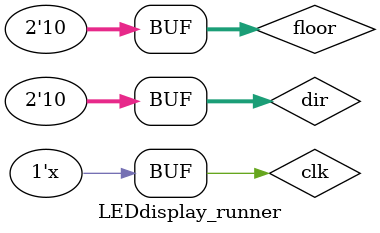
<source format=v>
`timescale 1ns / 1ps


module LEDdisplay_runner;

	// Inputs
	reg [1:0] floor;
	reg [1:0] dir;
	reg clk;

	// Outputs
	wire [6:0] hex;
	wire [3:0] AN;

	// Instantiate the Unit Under Test (UUT)
	LED_display uut (
		.floor(floor), 
		.dir(dir), 
		.hex(hex), 
		.AN(AN), 
		.clk(clk)
	);

	initial begin
		// Initialize Inputs
		floor = 1; //floor 1
		dir = 3; // no direction
		clk = 0;
		#10000000 floor = 2;
		dir = 2; //down
	end
      always begin
		#5 clk = ~clk;
		end
		
endmodule


</source>
